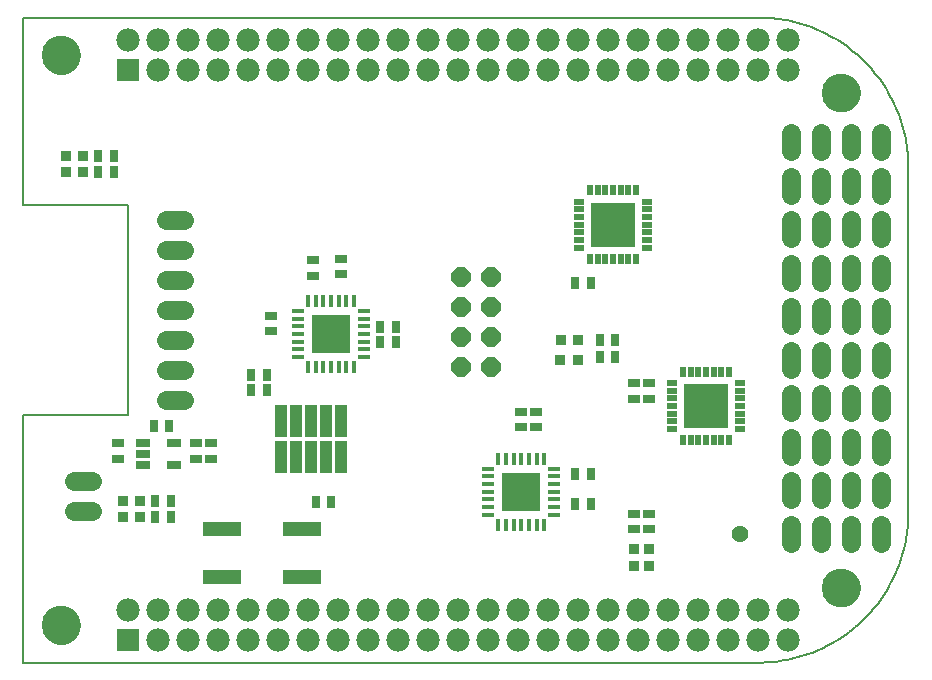
<source format=gts>
G75*
%MOIN*%
%OFA0B0*%
%FSLAX25Y25*%
%IPPOS*%
%LPD*%
%AMOC8*
5,1,8,0,0,1.08239X$1,22.5*
%
%ADD10C,0.00800*%
%ADD11C,0.06337*%
%ADD12R,0.03943X0.03156*%
%ADD13R,0.03156X0.03943*%
%ADD14R,0.03550X0.03550*%
%ADD15R,0.01800X0.04400*%
%ADD16R,0.04400X0.01800*%
%ADD17R,0.12500X0.12500*%
%ADD18R,0.03900X0.10900*%
%ADD19R,0.05124X0.02565*%
%ADD20C,0.00000*%
%ADD21C,0.12900*%
%ADD22R,0.07800X0.07800*%
%ADD23C,0.07800*%
%ADD24R,0.02100X0.03600*%
%ADD25R,0.03600X0.02100*%
%ADD26R,0.15000X0.15000*%
%ADD27C,0.06400*%
%ADD28OC8,0.06400*%
%ADD29R,0.12998X0.05124*%
%ADD30C,0.05650*%
D10*
X0055400Y0026400D02*
X0300400Y0026400D01*
X0301608Y0026415D01*
X0302816Y0026458D01*
X0304022Y0026531D01*
X0305226Y0026633D01*
X0306427Y0026765D01*
X0307624Y0026925D01*
X0308818Y0027114D01*
X0310006Y0027331D01*
X0311189Y0027578D01*
X0312366Y0027853D01*
X0313535Y0028156D01*
X0314697Y0028488D01*
X0315851Y0028847D01*
X0316995Y0029234D01*
X0318130Y0029649D01*
X0319255Y0030091D01*
X0320368Y0030560D01*
X0321470Y0031056D01*
X0322560Y0031579D01*
X0323636Y0032127D01*
X0324699Y0032702D01*
X0325748Y0033302D01*
X0326782Y0033927D01*
X0327801Y0034576D01*
X0328803Y0035251D01*
X0329789Y0035949D01*
X0330758Y0036671D01*
X0331709Y0037416D01*
X0332642Y0038184D01*
X0333556Y0038974D01*
X0334451Y0039787D01*
X0335326Y0040620D01*
X0336180Y0041474D01*
X0337013Y0042349D01*
X0337826Y0043244D01*
X0338616Y0044158D01*
X0339384Y0045091D01*
X0340129Y0046042D01*
X0340851Y0047011D01*
X0341549Y0047997D01*
X0342224Y0048999D01*
X0342873Y0050018D01*
X0343498Y0051052D01*
X0344098Y0052101D01*
X0344673Y0053164D01*
X0345221Y0054240D01*
X0345744Y0055330D01*
X0346240Y0056432D01*
X0346709Y0057545D01*
X0347151Y0058670D01*
X0347566Y0059805D01*
X0347953Y0060949D01*
X0348312Y0062103D01*
X0348644Y0063265D01*
X0348947Y0064434D01*
X0349222Y0065611D01*
X0349469Y0066794D01*
X0349686Y0067982D01*
X0349875Y0069176D01*
X0350035Y0070373D01*
X0350167Y0071574D01*
X0350269Y0072778D01*
X0350342Y0073984D01*
X0350385Y0075192D01*
X0350400Y0076400D01*
X0350400Y0191400D01*
X0350385Y0192608D01*
X0350342Y0193816D01*
X0350269Y0195022D01*
X0350167Y0196226D01*
X0350035Y0197427D01*
X0349875Y0198624D01*
X0349686Y0199818D01*
X0349469Y0201006D01*
X0349222Y0202189D01*
X0348947Y0203366D01*
X0348644Y0204535D01*
X0348312Y0205697D01*
X0347953Y0206851D01*
X0347566Y0207995D01*
X0347151Y0209130D01*
X0346709Y0210255D01*
X0346240Y0211368D01*
X0345744Y0212470D01*
X0345221Y0213560D01*
X0344673Y0214636D01*
X0344098Y0215699D01*
X0343498Y0216748D01*
X0342873Y0217782D01*
X0342224Y0218801D01*
X0341549Y0219803D01*
X0340851Y0220789D01*
X0340129Y0221758D01*
X0339384Y0222709D01*
X0338616Y0223642D01*
X0337826Y0224556D01*
X0337013Y0225451D01*
X0336180Y0226326D01*
X0335326Y0227180D01*
X0334451Y0228013D01*
X0333556Y0228826D01*
X0332642Y0229616D01*
X0331709Y0230384D01*
X0330758Y0231129D01*
X0329789Y0231851D01*
X0328803Y0232549D01*
X0327801Y0233224D01*
X0326782Y0233873D01*
X0325748Y0234498D01*
X0324699Y0235098D01*
X0323636Y0235673D01*
X0322560Y0236221D01*
X0321470Y0236744D01*
X0320368Y0237240D01*
X0319255Y0237709D01*
X0318130Y0238151D01*
X0316995Y0238566D01*
X0315851Y0238953D01*
X0314697Y0239312D01*
X0313535Y0239644D01*
X0312366Y0239947D01*
X0311189Y0240222D01*
X0310006Y0240469D01*
X0308818Y0240686D01*
X0307624Y0240875D01*
X0306427Y0241035D01*
X0305226Y0241167D01*
X0304022Y0241269D01*
X0302816Y0241342D01*
X0301608Y0241385D01*
X0300400Y0241400D01*
X0055400Y0241400D01*
X0055400Y0178900D01*
X0090400Y0178900D01*
X0090400Y0108900D01*
X0055400Y0108900D01*
X0055400Y0026400D01*
D11*
X0102931Y0113900D02*
X0108869Y0113900D01*
X0108869Y0123900D02*
X0102931Y0123900D01*
X0102931Y0133900D02*
X0108869Y0133900D01*
X0108869Y0143900D02*
X0102931Y0143900D01*
X0102931Y0153900D02*
X0108869Y0153900D01*
X0108869Y0163900D02*
X0102931Y0163900D01*
X0102931Y0173900D02*
X0108869Y0173900D01*
D12*
X0151900Y0160459D03*
X0151900Y0155341D03*
X0161400Y0155841D03*
X0161400Y0160959D03*
X0137900Y0141959D03*
X0137900Y0136841D03*
X0117900Y0099459D03*
X0112900Y0099459D03*
X0112900Y0094341D03*
X0117900Y0094341D03*
X0086900Y0094341D03*
X0086900Y0099459D03*
X0221400Y0104841D03*
X0226400Y0104841D03*
X0226400Y0109959D03*
X0221400Y0109959D03*
X0258900Y0114341D03*
X0263900Y0114341D03*
X0263900Y0119459D03*
X0258900Y0119459D03*
X0258900Y0075959D03*
X0263900Y0075959D03*
X0263900Y0070841D03*
X0258900Y0070841D03*
D13*
X0244459Y0079400D03*
X0239341Y0079400D03*
X0239341Y0089400D03*
X0244459Y0089400D03*
X0247591Y0128150D03*
X0252709Y0128150D03*
X0252709Y0133900D03*
X0247591Y0133900D03*
X0244459Y0152900D03*
X0239341Y0152900D03*
X0179459Y0138400D03*
X0174341Y0138400D03*
X0174341Y0133400D03*
X0179459Y0133400D03*
X0136459Y0122400D03*
X0131341Y0122400D03*
X0131341Y0117400D03*
X0136459Y0117400D03*
X0103959Y0105400D03*
X0098841Y0105400D03*
X0099341Y0080400D03*
X0104459Y0080400D03*
X0104459Y0074900D03*
X0099341Y0074900D03*
X0152841Y0079900D03*
X0157959Y0079900D03*
X0085459Y0189900D03*
X0080341Y0189900D03*
X0080341Y0195400D03*
X0085459Y0195400D03*
D14*
X0075353Y0195400D03*
X0069447Y0195400D03*
X0069447Y0189900D03*
X0075353Y0189900D03*
X0088447Y0080400D03*
X0088447Y0074900D03*
X0094353Y0074900D03*
X0094353Y0080400D03*
X0234197Y0127150D03*
X0240103Y0127150D03*
X0240353Y0133900D03*
X0234447Y0133900D03*
X0258900Y0064353D03*
X0263900Y0064353D03*
X0263900Y0058447D03*
X0258900Y0058447D03*
D15*
X0229100Y0072400D03*
X0226500Y0072400D03*
X0224000Y0072400D03*
X0221400Y0072400D03*
X0218800Y0072400D03*
X0216300Y0072400D03*
X0213700Y0072400D03*
X0213700Y0094400D03*
X0216300Y0094400D03*
X0218800Y0094400D03*
X0221400Y0094400D03*
X0224000Y0094400D03*
X0226500Y0094400D03*
X0229100Y0094400D03*
X0165600Y0124900D03*
X0163000Y0124900D03*
X0160500Y0124900D03*
X0157900Y0124900D03*
X0155300Y0124900D03*
X0152800Y0124900D03*
X0150200Y0124900D03*
X0150200Y0146900D03*
X0152800Y0146900D03*
X0155300Y0146900D03*
X0157900Y0146900D03*
X0160500Y0146900D03*
X0163000Y0146900D03*
X0165600Y0146900D03*
D16*
X0168900Y0143600D03*
X0168900Y0141000D03*
X0168900Y0138500D03*
X0168900Y0135900D03*
X0168900Y0133300D03*
X0168900Y0130800D03*
X0168900Y0128200D03*
X0146900Y0128200D03*
X0146900Y0130800D03*
X0146900Y0133300D03*
X0146900Y0135900D03*
X0146900Y0138500D03*
X0146900Y0141000D03*
X0146900Y0143600D03*
X0210400Y0091100D03*
X0210400Y0088500D03*
X0210400Y0086000D03*
X0210400Y0083400D03*
X0210400Y0080800D03*
X0210400Y0078300D03*
X0210400Y0075700D03*
X0232400Y0075700D03*
X0232400Y0078300D03*
X0232400Y0080800D03*
X0232400Y0083400D03*
X0232400Y0086000D03*
X0232400Y0088500D03*
X0232400Y0091100D03*
D17*
X0221400Y0083400D03*
X0157900Y0135900D03*
D18*
X0156400Y0106900D03*
X0151400Y0106900D03*
X0146400Y0106900D03*
X0141400Y0106900D03*
X0141400Y0094900D03*
X0146400Y0094900D03*
X0151400Y0094900D03*
X0156400Y0094900D03*
X0161400Y0094900D03*
X0161400Y0106900D03*
D19*
X0105518Y0099640D03*
X0105518Y0092160D03*
X0095282Y0092160D03*
X0095282Y0095900D03*
X0095282Y0099640D03*
D20*
X0061650Y0038900D02*
X0061652Y0039058D01*
X0061658Y0039215D01*
X0061668Y0039373D01*
X0061682Y0039530D01*
X0061700Y0039686D01*
X0061721Y0039843D01*
X0061747Y0039998D01*
X0061777Y0040153D01*
X0061810Y0040307D01*
X0061848Y0040460D01*
X0061889Y0040613D01*
X0061934Y0040764D01*
X0061983Y0040914D01*
X0062036Y0041062D01*
X0062092Y0041210D01*
X0062153Y0041355D01*
X0062216Y0041500D01*
X0062284Y0041642D01*
X0062355Y0041783D01*
X0062429Y0041922D01*
X0062507Y0042059D01*
X0062589Y0042194D01*
X0062673Y0042327D01*
X0062762Y0042458D01*
X0062853Y0042586D01*
X0062948Y0042713D01*
X0063045Y0042836D01*
X0063146Y0042958D01*
X0063250Y0043076D01*
X0063357Y0043192D01*
X0063467Y0043305D01*
X0063579Y0043416D01*
X0063695Y0043523D01*
X0063813Y0043628D01*
X0063933Y0043730D01*
X0064056Y0043828D01*
X0064182Y0043924D01*
X0064310Y0044016D01*
X0064440Y0044105D01*
X0064572Y0044191D01*
X0064707Y0044273D01*
X0064844Y0044352D01*
X0064982Y0044427D01*
X0065122Y0044499D01*
X0065265Y0044567D01*
X0065408Y0044632D01*
X0065554Y0044693D01*
X0065701Y0044750D01*
X0065849Y0044804D01*
X0065999Y0044854D01*
X0066149Y0044900D01*
X0066301Y0044942D01*
X0066454Y0044981D01*
X0066608Y0045015D01*
X0066763Y0045046D01*
X0066918Y0045072D01*
X0067074Y0045095D01*
X0067231Y0045114D01*
X0067388Y0045129D01*
X0067545Y0045140D01*
X0067703Y0045147D01*
X0067861Y0045150D01*
X0068018Y0045149D01*
X0068176Y0045144D01*
X0068333Y0045135D01*
X0068491Y0045122D01*
X0068647Y0045105D01*
X0068804Y0045084D01*
X0068959Y0045060D01*
X0069114Y0045031D01*
X0069269Y0044998D01*
X0069422Y0044962D01*
X0069575Y0044921D01*
X0069726Y0044877D01*
X0069876Y0044829D01*
X0070025Y0044778D01*
X0070173Y0044722D01*
X0070319Y0044663D01*
X0070464Y0044600D01*
X0070607Y0044533D01*
X0070748Y0044463D01*
X0070887Y0044390D01*
X0071025Y0044313D01*
X0071161Y0044232D01*
X0071294Y0044148D01*
X0071425Y0044061D01*
X0071554Y0043970D01*
X0071681Y0043876D01*
X0071806Y0043779D01*
X0071927Y0043679D01*
X0072047Y0043576D01*
X0072163Y0043470D01*
X0072277Y0043361D01*
X0072389Y0043249D01*
X0072497Y0043135D01*
X0072602Y0043017D01*
X0072705Y0042897D01*
X0072804Y0042775D01*
X0072900Y0042650D01*
X0072993Y0042522D01*
X0073083Y0042393D01*
X0073169Y0042261D01*
X0073253Y0042127D01*
X0073332Y0041991D01*
X0073409Y0041853D01*
X0073481Y0041713D01*
X0073550Y0041571D01*
X0073616Y0041428D01*
X0073678Y0041283D01*
X0073736Y0041136D01*
X0073791Y0040988D01*
X0073842Y0040839D01*
X0073889Y0040688D01*
X0073932Y0040537D01*
X0073971Y0040384D01*
X0074007Y0040230D01*
X0074038Y0040076D01*
X0074066Y0039921D01*
X0074090Y0039765D01*
X0074110Y0039608D01*
X0074126Y0039451D01*
X0074138Y0039294D01*
X0074146Y0039137D01*
X0074150Y0038979D01*
X0074150Y0038821D01*
X0074146Y0038663D01*
X0074138Y0038506D01*
X0074126Y0038349D01*
X0074110Y0038192D01*
X0074090Y0038035D01*
X0074066Y0037879D01*
X0074038Y0037724D01*
X0074007Y0037570D01*
X0073971Y0037416D01*
X0073932Y0037263D01*
X0073889Y0037112D01*
X0073842Y0036961D01*
X0073791Y0036812D01*
X0073736Y0036664D01*
X0073678Y0036517D01*
X0073616Y0036372D01*
X0073550Y0036229D01*
X0073481Y0036087D01*
X0073409Y0035947D01*
X0073332Y0035809D01*
X0073253Y0035673D01*
X0073169Y0035539D01*
X0073083Y0035407D01*
X0072993Y0035278D01*
X0072900Y0035150D01*
X0072804Y0035025D01*
X0072705Y0034903D01*
X0072602Y0034783D01*
X0072497Y0034665D01*
X0072389Y0034551D01*
X0072277Y0034439D01*
X0072163Y0034330D01*
X0072047Y0034224D01*
X0071927Y0034121D01*
X0071806Y0034021D01*
X0071681Y0033924D01*
X0071554Y0033830D01*
X0071425Y0033739D01*
X0071294Y0033652D01*
X0071161Y0033568D01*
X0071025Y0033487D01*
X0070887Y0033410D01*
X0070748Y0033337D01*
X0070607Y0033267D01*
X0070464Y0033200D01*
X0070319Y0033137D01*
X0070173Y0033078D01*
X0070025Y0033022D01*
X0069876Y0032971D01*
X0069726Y0032923D01*
X0069575Y0032879D01*
X0069422Y0032838D01*
X0069269Y0032802D01*
X0069114Y0032769D01*
X0068959Y0032740D01*
X0068804Y0032716D01*
X0068647Y0032695D01*
X0068491Y0032678D01*
X0068333Y0032665D01*
X0068176Y0032656D01*
X0068018Y0032651D01*
X0067861Y0032650D01*
X0067703Y0032653D01*
X0067545Y0032660D01*
X0067388Y0032671D01*
X0067231Y0032686D01*
X0067074Y0032705D01*
X0066918Y0032728D01*
X0066763Y0032754D01*
X0066608Y0032785D01*
X0066454Y0032819D01*
X0066301Y0032858D01*
X0066149Y0032900D01*
X0065999Y0032946D01*
X0065849Y0032996D01*
X0065701Y0033050D01*
X0065554Y0033107D01*
X0065408Y0033168D01*
X0065265Y0033233D01*
X0065122Y0033301D01*
X0064982Y0033373D01*
X0064844Y0033448D01*
X0064707Y0033527D01*
X0064572Y0033609D01*
X0064440Y0033695D01*
X0064310Y0033784D01*
X0064182Y0033876D01*
X0064056Y0033972D01*
X0063933Y0034070D01*
X0063813Y0034172D01*
X0063695Y0034277D01*
X0063579Y0034384D01*
X0063467Y0034495D01*
X0063357Y0034608D01*
X0063250Y0034724D01*
X0063146Y0034842D01*
X0063045Y0034964D01*
X0062948Y0035087D01*
X0062853Y0035214D01*
X0062762Y0035342D01*
X0062673Y0035473D01*
X0062589Y0035606D01*
X0062507Y0035741D01*
X0062429Y0035878D01*
X0062355Y0036017D01*
X0062284Y0036158D01*
X0062216Y0036300D01*
X0062153Y0036445D01*
X0062092Y0036590D01*
X0062036Y0036738D01*
X0061983Y0036886D01*
X0061934Y0037036D01*
X0061889Y0037187D01*
X0061848Y0037340D01*
X0061810Y0037493D01*
X0061777Y0037647D01*
X0061747Y0037802D01*
X0061721Y0037957D01*
X0061700Y0038114D01*
X0061682Y0038270D01*
X0061668Y0038427D01*
X0061658Y0038585D01*
X0061652Y0038742D01*
X0061650Y0038900D01*
X0061650Y0228900D02*
X0061652Y0229058D01*
X0061658Y0229215D01*
X0061668Y0229373D01*
X0061682Y0229530D01*
X0061700Y0229686D01*
X0061721Y0229843D01*
X0061747Y0229998D01*
X0061777Y0230153D01*
X0061810Y0230307D01*
X0061848Y0230460D01*
X0061889Y0230613D01*
X0061934Y0230764D01*
X0061983Y0230914D01*
X0062036Y0231062D01*
X0062092Y0231210D01*
X0062153Y0231355D01*
X0062216Y0231500D01*
X0062284Y0231642D01*
X0062355Y0231783D01*
X0062429Y0231922D01*
X0062507Y0232059D01*
X0062589Y0232194D01*
X0062673Y0232327D01*
X0062762Y0232458D01*
X0062853Y0232586D01*
X0062948Y0232713D01*
X0063045Y0232836D01*
X0063146Y0232958D01*
X0063250Y0233076D01*
X0063357Y0233192D01*
X0063467Y0233305D01*
X0063579Y0233416D01*
X0063695Y0233523D01*
X0063813Y0233628D01*
X0063933Y0233730D01*
X0064056Y0233828D01*
X0064182Y0233924D01*
X0064310Y0234016D01*
X0064440Y0234105D01*
X0064572Y0234191D01*
X0064707Y0234273D01*
X0064844Y0234352D01*
X0064982Y0234427D01*
X0065122Y0234499D01*
X0065265Y0234567D01*
X0065408Y0234632D01*
X0065554Y0234693D01*
X0065701Y0234750D01*
X0065849Y0234804D01*
X0065999Y0234854D01*
X0066149Y0234900D01*
X0066301Y0234942D01*
X0066454Y0234981D01*
X0066608Y0235015D01*
X0066763Y0235046D01*
X0066918Y0235072D01*
X0067074Y0235095D01*
X0067231Y0235114D01*
X0067388Y0235129D01*
X0067545Y0235140D01*
X0067703Y0235147D01*
X0067861Y0235150D01*
X0068018Y0235149D01*
X0068176Y0235144D01*
X0068333Y0235135D01*
X0068491Y0235122D01*
X0068647Y0235105D01*
X0068804Y0235084D01*
X0068959Y0235060D01*
X0069114Y0235031D01*
X0069269Y0234998D01*
X0069422Y0234962D01*
X0069575Y0234921D01*
X0069726Y0234877D01*
X0069876Y0234829D01*
X0070025Y0234778D01*
X0070173Y0234722D01*
X0070319Y0234663D01*
X0070464Y0234600D01*
X0070607Y0234533D01*
X0070748Y0234463D01*
X0070887Y0234390D01*
X0071025Y0234313D01*
X0071161Y0234232D01*
X0071294Y0234148D01*
X0071425Y0234061D01*
X0071554Y0233970D01*
X0071681Y0233876D01*
X0071806Y0233779D01*
X0071927Y0233679D01*
X0072047Y0233576D01*
X0072163Y0233470D01*
X0072277Y0233361D01*
X0072389Y0233249D01*
X0072497Y0233135D01*
X0072602Y0233017D01*
X0072705Y0232897D01*
X0072804Y0232775D01*
X0072900Y0232650D01*
X0072993Y0232522D01*
X0073083Y0232393D01*
X0073169Y0232261D01*
X0073253Y0232127D01*
X0073332Y0231991D01*
X0073409Y0231853D01*
X0073481Y0231713D01*
X0073550Y0231571D01*
X0073616Y0231428D01*
X0073678Y0231283D01*
X0073736Y0231136D01*
X0073791Y0230988D01*
X0073842Y0230839D01*
X0073889Y0230688D01*
X0073932Y0230537D01*
X0073971Y0230384D01*
X0074007Y0230230D01*
X0074038Y0230076D01*
X0074066Y0229921D01*
X0074090Y0229765D01*
X0074110Y0229608D01*
X0074126Y0229451D01*
X0074138Y0229294D01*
X0074146Y0229137D01*
X0074150Y0228979D01*
X0074150Y0228821D01*
X0074146Y0228663D01*
X0074138Y0228506D01*
X0074126Y0228349D01*
X0074110Y0228192D01*
X0074090Y0228035D01*
X0074066Y0227879D01*
X0074038Y0227724D01*
X0074007Y0227570D01*
X0073971Y0227416D01*
X0073932Y0227263D01*
X0073889Y0227112D01*
X0073842Y0226961D01*
X0073791Y0226812D01*
X0073736Y0226664D01*
X0073678Y0226517D01*
X0073616Y0226372D01*
X0073550Y0226229D01*
X0073481Y0226087D01*
X0073409Y0225947D01*
X0073332Y0225809D01*
X0073253Y0225673D01*
X0073169Y0225539D01*
X0073083Y0225407D01*
X0072993Y0225278D01*
X0072900Y0225150D01*
X0072804Y0225025D01*
X0072705Y0224903D01*
X0072602Y0224783D01*
X0072497Y0224665D01*
X0072389Y0224551D01*
X0072277Y0224439D01*
X0072163Y0224330D01*
X0072047Y0224224D01*
X0071927Y0224121D01*
X0071806Y0224021D01*
X0071681Y0223924D01*
X0071554Y0223830D01*
X0071425Y0223739D01*
X0071294Y0223652D01*
X0071161Y0223568D01*
X0071025Y0223487D01*
X0070887Y0223410D01*
X0070748Y0223337D01*
X0070607Y0223267D01*
X0070464Y0223200D01*
X0070319Y0223137D01*
X0070173Y0223078D01*
X0070025Y0223022D01*
X0069876Y0222971D01*
X0069726Y0222923D01*
X0069575Y0222879D01*
X0069422Y0222838D01*
X0069269Y0222802D01*
X0069114Y0222769D01*
X0068959Y0222740D01*
X0068804Y0222716D01*
X0068647Y0222695D01*
X0068491Y0222678D01*
X0068333Y0222665D01*
X0068176Y0222656D01*
X0068018Y0222651D01*
X0067861Y0222650D01*
X0067703Y0222653D01*
X0067545Y0222660D01*
X0067388Y0222671D01*
X0067231Y0222686D01*
X0067074Y0222705D01*
X0066918Y0222728D01*
X0066763Y0222754D01*
X0066608Y0222785D01*
X0066454Y0222819D01*
X0066301Y0222858D01*
X0066149Y0222900D01*
X0065999Y0222946D01*
X0065849Y0222996D01*
X0065701Y0223050D01*
X0065554Y0223107D01*
X0065408Y0223168D01*
X0065265Y0223233D01*
X0065122Y0223301D01*
X0064982Y0223373D01*
X0064844Y0223448D01*
X0064707Y0223527D01*
X0064572Y0223609D01*
X0064440Y0223695D01*
X0064310Y0223784D01*
X0064182Y0223876D01*
X0064056Y0223972D01*
X0063933Y0224070D01*
X0063813Y0224172D01*
X0063695Y0224277D01*
X0063579Y0224384D01*
X0063467Y0224495D01*
X0063357Y0224608D01*
X0063250Y0224724D01*
X0063146Y0224842D01*
X0063045Y0224964D01*
X0062948Y0225087D01*
X0062853Y0225214D01*
X0062762Y0225342D01*
X0062673Y0225473D01*
X0062589Y0225606D01*
X0062507Y0225741D01*
X0062429Y0225878D01*
X0062355Y0226017D01*
X0062284Y0226158D01*
X0062216Y0226300D01*
X0062153Y0226445D01*
X0062092Y0226590D01*
X0062036Y0226738D01*
X0061983Y0226886D01*
X0061934Y0227036D01*
X0061889Y0227187D01*
X0061848Y0227340D01*
X0061810Y0227493D01*
X0061777Y0227647D01*
X0061747Y0227802D01*
X0061721Y0227957D01*
X0061700Y0228114D01*
X0061682Y0228270D01*
X0061668Y0228427D01*
X0061658Y0228585D01*
X0061652Y0228742D01*
X0061650Y0228900D01*
X0321650Y0216400D02*
X0321652Y0216558D01*
X0321658Y0216715D01*
X0321668Y0216873D01*
X0321682Y0217030D01*
X0321700Y0217186D01*
X0321721Y0217343D01*
X0321747Y0217498D01*
X0321777Y0217653D01*
X0321810Y0217807D01*
X0321848Y0217960D01*
X0321889Y0218113D01*
X0321934Y0218264D01*
X0321983Y0218414D01*
X0322036Y0218562D01*
X0322092Y0218710D01*
X0322153Y0218855D01*
X0322216Y0219000D01*
X0322284Y0219142D01*
X0322355Y0219283D01*
X0322429Y0219422D01*
X0322507Y0219559D01*
X0322589Y0219694D01*
X0322673Y0219827D01*
X0322762Y0219958D01*
X0322853Y0220086D01*
X0322948Y0220213D01*
X0323045Y0220336D01*
X0323146Y0220458D01*
X0323250Y0220576D01*
X0323357Y0220692D01*
X0323467Y0220805D01*
X0323579Y0220916D01*
X0323695Y0221023D01*
X0323813Y0221128D01*
X0323933Y0221230D01*
X0324056Y0221328D01*
X0324182Y0221424D01*
X0324310Y0221516D01*
X0324440Y0221605D01*
X0324572Y0221691D01*
X0324707Y0221773D01*
X0324844Y0221852D01*
X0324982Y0221927D01*
X0325122Y0221999D01*
X0325265Y0222067D01*
X0325408Y0222132D01*
X0325554Y0222193D01*
X0325701Y0222250D01*
X0325849Y0222304D01*
X0325999Y0222354D01*
X0326149Y0222400D01*
X0326301Y0222442D01*
X0326454Y0222481D01*
X0326608Y0222515D01*
X0326763Y0222546D01*
X0326918Y0222572D01*
X0327074Y0222595D01*
X0327231Y0222614D01*
X0327388Y0222629D01*
X0327545Y0222640D01*
X0327703Y0222647D01*
X0327861Y0222650D01*
X0328018Y0222649D01*
X0328176Y0222644D01*
X0328333Y0222635D01*
X0328491Y0222622D01*
X0328647Y0222605D01*
X0328804Y0222584D01*
X0328959Y0222560D01*
X0329114Y0222531D01*
X0329269Y0222498D01*
X0329422Y0222462D01*
X0329575Y0222421D01*
X0329726Y0222377D01*
X0329876Y0222329D01*
X0330025Y0222278D01*
X0330173Y0222222D01*
X0330319Y0222163D01*
X0330464Y0222100D01*
X0330607Y0222033D01*
X0330748Y0221963D01*
X0330887Y0221890D01*
X0331025Y0221813D01*
X0331161Y0221732D01*
X0331294Y0221648D01*
X0331425Y0221561D01*
X0331554Y0221470D01*
X0331681Y0221376D01*
X0331806Y0221279D01*
X0331927Y0221179D01*
X0332047Y0221076D01*
X0332163Y0220970D01*
X0332277Y0220861D01*
X0332389Y0220749D01*
X0332497Y0220635D01*
X0332602Y0220517D01*
X0332705Y0220397D01*
X0332804Y0220275D01*
X0332900Y0220150D01*
X0332993Y0220022D01*
X0333083Y0219893D01*
X0333169Y0219761D01*
X0333253Y0219627D01*
X0333332Y0219491D01*
X0333409Y0219353D01*
X0333481Y0219213D01*
X0333550Y0219071D01*
X0333616Y0218928D01*
X0333678Y0218783D01*
X0333736Y0218636D01*
X0333791Y0218488D01*
X0333842Y0218339D01*
X0333889Y0218188D01*
X0333932Y0218037D01*
X0333971Y0217884D01*
X0334007Y0217730D01*
X0334038Y0217576D01*
X0334066Y0217421D01*
X0334090Y0217265D01*
X0334110Y0217108D01*
X0334126Y0216951D01*
X0334138Y0216794D01*
X0334146Y0216637D01*
X0334150Y0216479D01*
X0334150Y0216321D01*
X0334146Y0216163D01*
X0334138Y0216006D01*
X0334126Y0215849D01*
X0334110Y0215692D01*
X0334090Y0215535D01*
X0334066Y0215379D01*
X0334038Y0215224D01*
X0334007Y0215070D01*
X0333971Y0214916D01*
X0333932Y0214763D01*
X0333889Y0214612D01*
X0333842Y0214461D01*
X0333791Y0214312D01*
X0333736Y0214164D01*
X0333678Y0214017D01*
X0333616Y0213872D01*
X0333550Y0213729D01*
X0333481Y0213587D01*
X0333409Y0213447D01*
X0333332Y0213309D01*
X0333253Y0213173D01*
X0333169Y0213039D01*
X0333083Y0212907D01*
X0332993Y0212778D01*
X0332900Y0212650D01*
X0332804Y0212525D01*
X0332705Y0212403D01*
X0332602Y0212283D01*
X0332497Y0212165D01*
X0332389Y0212051D01*
X0332277Y0211939D01*
X0332163Y0211830D01*
X0332047Y0211724D01*
X0331927Y0211621D01*
X0331806Y0211521D01*
X0331681Y0211424D01*
X0331554Y0211330D01*
X0331425Y0211239D01*
X0331294Y0211152D01*
X0331161Y0211068D01*
X0331025Y0210987D01*
X0330887Y0210910D01*
X0330748Y0210837D01*
X0330607Y0210767D01*
X0330464Y0210700D01*
X0330319Y0210637D01*
X0330173Y0210578D01*
X0330025Y0210522D01*
X0329876Y0210471D01*
X0329726Y0210423D01*
X0329575Y0210379D01*
X0329422Y0210338D01*
X0329269Y0210302D01*
X0329114Y0210269D01*
X0328959Y0210240D01*
X0328804Y0210216D01*
X0328647Y0210195D01*
X0328491Y0210178D01*
X0328333Y0210165D01*
X0328176Y0210156D01*
X0328018Y0210151D01*
X0327861Y0210150D01*
X0327703Y0210153D01*
X0327545Y0210160D01*
X0327388Y0210171D01*
X0327231Y0210186D01*
X0327074Y0210205D01*
X0326918Y0210228D01*
X0326763Y0210254D01*
X0326608Y0210285D01*
X0326454Y0210319D01*
X0326301Y0210358D01*
X0326149Y0210400D01*
X0325999Y0210446D01*
X0325849Y0210496D01*
X0325701Y0210550D01*
X0325554Y0210607D01*
X0325408Y0210668D01*
X0325265Y0210733D01*
X0325122Y0210801D01*
X0324982Y0210873D01*
X0324844Y0210948D01*
X0324707Y0211027D01*
X0324572Y0211109D01*
X0324440Y0211195D01*
X0324310Y0211284D01*
X0324182Y0211376D01*
X0324056Y0211472D01*
X0323933Y0211570D01*
X0323813Y0211672D01*
X0323695Y0211777D01*
X0323579Y0211884D01*
X0323467Y0211995D01*
X0323357Y0212108D01*
X0323250Y0212224D01*
X0323146Y0212342D01*
X0323045Y0212464D01*
X0322948Y0212587D01*
X0322853Y0212714D01*
X0322762Y0212842D01*
X0322673Y0212973D01*
X0322589Y0213106D01*
X0322507Y0213241D01*
X0322429Y0213378D01*
X0322355Y0213517D01*
X0322284Y0213658D01*
X0322216Y0213800D01*
X0322153Y0213945D01*
X0322092Y0214090D01*
X0322036Y0214238D01*
X0321983Y0214386D01*
X0321934Y0214536D01*
X0321889Y0214687D01*
X0321848Y0214840D01*
X0321810Y0214993D01*
X0321777Y0215147D01*
X0321747Y0215302D01*
X0321721Y0215457D01*
X0321700Y0215614D01*
X0321682Y0215770D01*
X0321668Y0215927D01*
X0321658Y0216085D01*
X0321652Y0216242D01*
X0321650Y0216400D01*
X0321650Y0051400D02*
X0321652Y0051558D01*
X0321658Y0051715D01*
X0321668Y0051873D01*
X0321682Y0052030D01*
X0321700Y0052186D01*
X0321721Y0052343D01*
X0321747Y0052498D01*
X0321777Y0052653D01*
X0321810Y0052807D01*
X0321848Y0052960D01*
X0321889Y0053113D01*
X0321934Y0053264D01*
X0321983Y0053414D01*
X0322036Y0053562D01*
X0322092Y0053710D01*
X0322153Y0053855D01*
X0322216Y0054000D01*
X0322284Y0054142D01*
X0322355Y0054283D01*
X0322429Y0054422D01*
X0322507Y0054559D01*
X0322589Y0054694D01*
X0322673Y0054827D01*
X0322762Y0054958D01*
X0322853Y0055086D01*
X0322948Y0055213D01*
X0323045Y0055336D01*
X0323146Y0055458D01*
X0323250Y0055576D01*
X0323357Y0055692D01*
X0323467Y0055805D01*
X0323579Y0055916D01*
X0323695Y0056023D01*
X0323813Y0056128D01*
X0323933Y0056230D01*
X0324056Y0056328D01*
X0324182Y0056424D01*
X0324310Y0056516D01*
X0324440Y0056605D01*
X0324572Y0056691D01*
X0324707Y0056773D01*
X0324844Y0056852D01*
X0324982Y0056927D01*
X0325122Y0056999D01*
X0325265Y0057067D01*
X0325408Y0057132D01*
X0325554Y0057193D01*
X0325701Y0057250D01*
X0325849Y0057304D01*
X0325999Y0057354D01*
X0326149Y0057400D01*
X0326301Y0057442D01*
X0326454Y0057481D01*
X0326608Y0057515D01*
X0326763Y0057546D01*
X0326918Y0057572D01*
X0327074Y0057595D01*
X0327231Y0057614D01*
X0327388Y0057629D01*
X0327545Y0057640D01*
X0327703Y0057647D01*
X0327861Y0057650D01*
X0328018Y0057649D01*
X0328176Y0057644D01*
X0328333Y0057635D01*
X0328491Y0057622D01*
X0328647Y0057605D01*
X0328804Y0057584D01*
X0328959Y0057560D01*
X0329114Y0057531D01*
X0329269Y0057498D01*
X0329422Y0057462D01*
X0329575Y0057421D01*
X0329726Y0057377D01*
X0329876Y0057329D01*
X0330025Y0057278D01*
X0330173Y0057222D01*
X0330319Y0057163D01*
X0330464Y0057100D01*
X0330607Y0057033D01*
X0330748Y0056963D01*
X0330887Y0056890D01*
X0331025Y0056813D01*
X0331161Y0056732D01*
X0331294Y0056648D01*
X0331425Y0056561D01*
X0331554Y0056470D01*
X0331681Y0056376D01*
X0331806Y0056279D01*
X0331927Y0056179D01*
X0332047Y0056076D01*
X0332163Y0055970D01*
X0332277Y0055861D01*
X0332389Y0055749D01*
X0332497Y0055635D01*
X0332602Y0055517D01*
X0332705Y0055397D01*
X0332804Y0055275D01*
X0332900Y0055150D01*
X0332993Y0055022D01*
X0333083Y0054893D01*
X0333169Y0054761D01*
X0333253Y0054627D01*
X0333332Y0054491D01*
X0333409Y0054353D01*
X0333481Y0054213D01*
X0333550Y0054071D01*
X0333616Y0053928D01*
X0333678Y0053783D01*
X0333736Y0053636D01*
X0333791Y0053488D01*
X0333842Y0053339D01*
X0333889Y0053188D01*
X0333932Y0053037D01*
X0333971Y0052884D01*
X0334007Y0052730D01*
X0334038Y0052576D01*
X0334066Y0052421D01*
X0334090Y0052265D01*
X0334110Y0052108D01*
X0334126Y0051951D01*
X0334138Y0051794D01*
X0334146Y0051637D01*
X0334150Y0051479D01*
X0334150Y0051321D01*
X0334146Y0051163D01*
X0334138Y0051006D01*
X0334126Y0050849D01*
X0334110Y0050692D01*
X0334090Y0050535D01*
X0334066Y0050379D01*
X0334038Y0050224D01*
X0334007Y0050070D01*
X0333971Y0049916D01*
X0333932Y0049763D01*
X0333889Y0049612D01*
X0333842Y0049461D01*
X0333791Y0049312D01*
X0333736Y0049164D01*
X0333678Y0049017D01*
X0333616Y0048872D01*
X0333550Y0048729D01*
X0333481Y0048587D01*
X0333409Y0048447D01*
X0333332Y0048309D01*
X0333253Y0048173D01*
X0333169Y0048039D01*
X0333083Y0047907D01*
X0332993Y0047778D01*
X0332900Y0047650D01*
X0332804Y0047525D01*
X0332705Y0047403D01*
X0332602Y0047283D01*
X0332497Y0047165D01*
X0332389Y0047051D01*
X0332277Y0046939D01*
X0332163Y0046830D01*
X0332047Y0046724D01*
X0331927Y0046621D01*
X0331806Y0046521D01*
X0331681Y0046424D01*
X0331554Y0046330D01*
X0331425Y0046239D01*
X0331294Y0046152D01*
X0331161Y0046068D01*
X0331025Y0045987D01*
X0330887Y0045910D01*
X0330748Y0045837D01*
X0330607Y0045767D01*
X0330464Y0045700D01*
X0330319Y0045637D01*
X0330173Y0045578D01*
X0330025Y0045522D01*
X0329876Y0045471D01*
X0329726Y0045423D01*
X0329575Y0045379D01*
X0329422Y0045338D01*
X0329269Y0045302D01*
X0329114Y0045269D01*
X0328959Y0045240D01*
X0328804Y0045216D01*
X0328647Y0045195D01*
X0328491Y0045178D01*
X0328333Y0045165D01*
X0328176Y0045156D01*
X0328018Y0045151D01*
X0327861Y0045150D01*
X0327703Y0045153D01*
X0327545Y0045160D01*
X0327388Y0045171D01*
X0327231Y0045186D01*
X0327074Y0045205D01*
X0326918Y0045228D01*
X0326763Y0045254D01*
X0326608Y0045285D01*
X0326454Y0045319D01*
X0326301Y0045358D01*
X0326149Y0045400D01*
X0325999Y0045446D01*
X0325849Y0045496D01*
X0325701Y0045550D01*
X0325554Y0045607D01*
X0325408Y0045668D01*
X0325265Y0045733D01*
X0325122Y0045801D01*
X0324982Y0045873D01*
X0324844Y0045948D01*
X0324707Y0046027D01*
X0324572Y0046109D01*
X0324440Y0046195D01*
X0324310Y0046284D01*
X0324182Y0046376D01*
X0324056Y0046472D01*
X0323933Y0046570D01*
X0323813Y0046672D01*
X0323695Y0046777D01*
X0323579Y0046884D01*
X0323467Y0046995D01*
X0323357Y0047108D01*
X0323250Y0047224D01*
X0323146Y0047342D01*
X0323045Y0047464D01*
X0322948Y0047587D01*
X0322853Y0047714D01*
X0322762Y0047842D01*
X0322673Y0047973D01*
X0322589Y0048106D01*
X0322507Y0048241D01*
X0322429Y0048378D01*
X0322355Y0048517D01*
X0322284Y0048658D01*
X0322216Y0048800D01*
X0322153Y0048945D01*
X0322092Y0049090D01*
X0322036Y0049238D01*
X0321983Y0049386D01*
X0321934Y0049536D01*
X0321889Y0049687D01*
X0321848Y0049840D01*
X0321810Y0049993D01*
X0321777Y0050147D01*
X0321747Y0050302D01*
X0321721Y0050457D01*
X0321700Y0050614D01*
X0321682Y0050770D01*
X0321668Y0050927D01*
X0321658Y0051085D01*
X0321652Y0051242D01*
X0321650Y0051400D01*
D21*
X0327900Y0051400D03*
X0327900Y0216400D03*
X0067900Y0228900D03*
X0067900Y0038900D03*
D22*
X0090400Y0033900D03*
X0090400Y0223900D03*
D23*
X0100400Y0223900D03*
X0110400Y0223900D03*
X0120400Y0223900D03*
X0130400Y0223900D03*
X0140400Y0223900D03*
X0150400Y0223900D03*
X0160400Y0223900D03*
X0170400Y0223900D03*
X0180400Y0223900D03*
X0190400Y0223900D03*
X0200400Y0223900D03*
X0210400Y0223900D03*
X0220400Y0223900D03*
X0230400Y0223900D03*
X0240400Y0223900D03*
X0250400Y0223900D03*
X0260400Y0223900D03*
X0270400Y0223900D03*
X0280400Y0223900D03*
X0290400Y0223900D03*
X0300400Y0223900D03*
X0310400Y0223900D03*
X0310400Y0233900D03*
X0300400Y0233900D03*
X0290400Y0233900D03*
X0280400Y0233900D03*
X0270400Y0233900D03*
X0260400Y0233900D03*
X0250400Y0233900D03*
X0240400Y0233900D03*
X0230400Y0233900D03*
X0220400Y0233900D03*
X0210400Y0233900D03*
X0200400Y0233900D03*
X0190400Y0233900D03*
X0180400Y0233900D03*
X0170400Y0233900D03*
X0160400Y0233900D03*
X0150400Y0233900D03*
X0140400Y0233900D03*
X0130400Y0233900D03*
X0120400Y0233900D03*
X0110400Y0233900D03*
X0100400Y0233900D03*
X0090400Y0233900D03*
X0090400Y0043900D03*
X0100400Y0043900D03*
X0110400Y0043900D03*
X0120400Y0043900D03*
X0130400Y0043900D03*
X0140400Y0043900D03*
X0150400Y0043900D03*
X0160400Y0043900D03*
X0170400Y0043900D03*
X0180400Y0043900D03*
X0190400Y0043900D03*
X0200400Y0043900D03*
X0210400Y0043900D03*
X0220400Y0043900D03*
X0230400Y0043900D03*
X0240400Y0043900D03*
X0250400Y0043900D03*
X0260400Y0043900D03*
X0270400Y0043900D03*
X0280400Y0043900D03*
X0290400Y0043900D03*
X0300400Y0043900D03*
X0310400Y0043900D03*
X0310400Y0033900D03*
X0300400Y0033900D03*
X0290400Y0033900D03*
X0280400Y0033900D03*
X0270400Y0033900D03*
X0260400Y0033900D03*
X0250400Y0033900D03*
X0240400Y0033900D03*
X0230400Y0033900D03*
X0220400Y0033900D03*
X0210400Y0033900D03*
X0200400Y0033900D03*
X0190400Y0033900D03*
X0180400Y0033900D03*
X0170400Y0033900D03*
X0160400Y0033900D03*
X0150400Y0033900D03*
X0140400Y0033900D03*
X0130400Y0033900D03*
X0120400Y0033900D03*
X0110400Y0033900D03*
X0100400Y0033900D03*
D24*
X0275200Y0100500D03*
X0277800Y0100500D03*
X0280300Y0100500D03*
X0282900Y0100500D03*
X0285500Y0100500D03*
X0288000Y0100500D03*
X0290600Y0100500D03*
X0290600Y0123300D03*
X0288000Y0123300D03*
X0285500Y0123300D03*
X0282900Y0123300D03*
X0280300Y0123300D03*
X0277800Y0123300D03*
X0275200Y0123300D03*
X0259600Y0161000D03*
X0257000Y0161000D03*
X0254500Y0161000D03*
X0251900Y0161000D03*
X0249300Y0161000D03*
X0246800Y0161000D03*
X0244200Y0161000D03*
X0244200Y0183800D03*
X0246800Y0183800D03*
X0249300Y0183800D03*
X0251900Y0183800D03*
X0254500Y0183800D03*
X0257000Y0183800D03*
X0259600Y0183800D03*
D25*
X0263300Y0180100D03*
X0263300Y0177500D03*
X0263300Y0175000D03*
X0263300Y0172400D03*
X0263300Y0169800D03*
X0263300Y0167300D03*
X0263300Y0164700D03*
X0240500Y0164700D03*
X0240500Y0167300D03*
X0240500Y0169800D03*
X0240500Y0172400D03*
X0240500Y0175000D03*
X0240500Y0177500D03*
X0240500Y0180100D03*
X0271500Y0119600D03*
X0271500Y0117000D03*
X0271500Y0114500D03*
X0271500Y0111900D03*
X0271500Y0109300D03*
X0271500Y0106800D03*
X0271500Y0104200D03*
X0294300Y0104200D03*
X0294300Y0106800D03*
X0294300Y0109300D03*
X0294300Y0111900D03*
X0294300Y0114500D03*
X0294300Y0117000D03*
X0294300Y0119600D03*
D26*
X0282900Y0111900D03*
X0251900Y0172400D03*
D27*
X0311400Y0173900D02*
X0311400Y0167900D01*
X0311400Y0159400D02*
X0311400Y0153400D01*
X0321400Y0153400D02*
X0321400Y0159400D01*
X0331400Y0159400D02*
X0331400Y0153400D01*
X0341400Y0153400D02*
X0341400Y0159400D01*
X0341400Y0167900D02*
X0341400Y0173900D01*
X0341400Y0182400D02*
X0341400Y0188400D01*
X0331400Y0188400D02*
X0331400Y0182400D01*
X0321400Y0182400D02*
X0321400Y0188400D01*
X0311400Y0188400D02*
X0311400Y0182400D01*
X0321400Y0173900D02*
X0321400Y0167900D01*
X0331400Y0167900D02*
X0331400Y0173900D01*
X0331400Y0196900D02*
X0331400Y0202900D01*
X0321400Y0202900D02*
X0321400Y0196900D01*
X0311400Y0196900D02*
X0311400Y0202900D01*
X0341400Y0202900D02*
X0341400Y0196900D01*
X0341400Y0144900D02*
X0341400Y0138900D01*
X0341400Y0130400D02*
X0341400Y0124400D01*
X0341400Y0115900D02*
X0341400Y0109900D01*
X0331400Y0109900D02*
X0331400Y0115900D01*
X0321400Y0115900D02*
X0321400Y0109900D01*
X0311400Y0109900D02*
X0311400Y0115900D01*
X0311400Y0124400D02*
X0311400Y0130400D01*
X0311400Y0138900D02*
X0311400Y0144900D01*
X0321400Y0144900D02*
X0321400Y0138900D01*
X0331400Y0138900D02*
X0331400Y0144900D01*
X0331400Y0130400D02*
X0331400Y0124400D01*
X0321400Y0124400D02*
X0321400Y0130400D01*
X0321400Y0101400D02*
X0321400Y0095400D01*
X0331400Y0095400D02*
X0331400Y0101400D01*
X0341400Y0101400D02*
X0341400Y0095400D01*
X0341400Y0086900D02*
X0341400Y0080900D01*
X0341400Y0072400D02*
X0341400Y0066400D01*
X0331400Y0066400D02*
X0331400Y0072400D01*
X0321400Y0072400D02*
X0321400Y0066400D01*
X0311400Y0066400D02*
X0311400Y0072400D01*
X0311400Y0080900D02*
X0311400Y0086900D01*
X0311400Y0095400D02*
X0311400Y0101400D01*
X0321400Y0086900D02*
X0321400Y0080900D01*
X0331400Y0080900D02*
X0331400Y0086900D01*
X0078400Y0086900D02*
X0072400Y0086900D01*
X0072400Y0076900D02*
X0078400Y0076900D01*
D28*
X0201400Y0124900D03*
X0211400Y0124900D03*
X0211400Y0134900D03*
X0201400Y0134900D03*
X0201400Y0144900D03*
X0211400Y0144900D03*
X0211400Y0154900D03*
X0201400Y0154900D03*
D29*
X0148286Y0070774D03*
X0148286Y0055026D03*
X0121514Y0055026D03*
X0121514Y0070774D03*
D30*
X0294400Y0069400D03*
M02*

</source>
